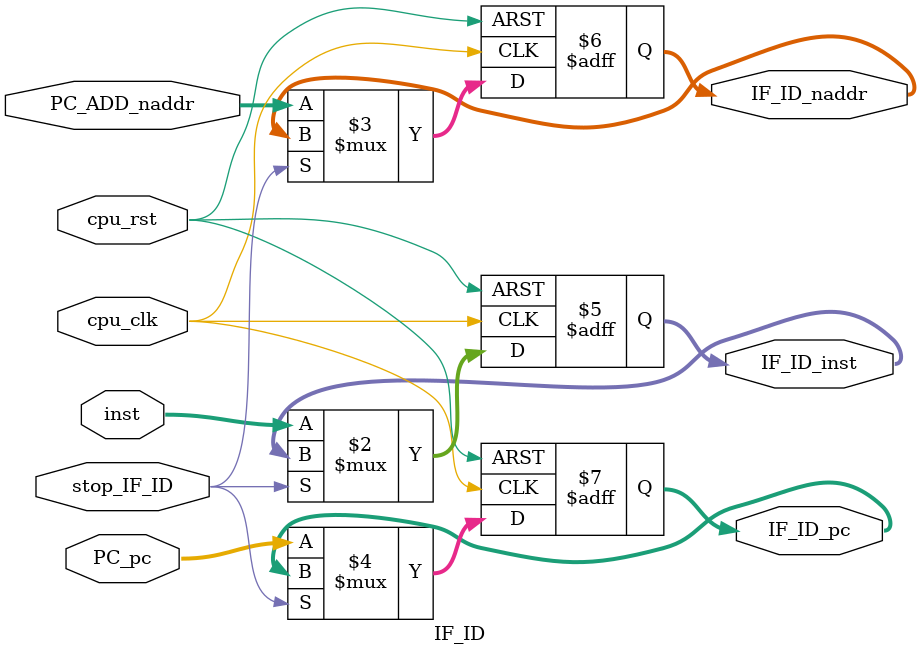
<source format=v>
`timescale 1ns / 1ps


module IF_ID(
    input  wire         cpu_rst,
    input  wire         cpu_clk,
    input  wire         stop_IF_ID,
    
    
    input  wire [31:0]  PC_pc,
    input  wire [31:0]  PC_ADD_naddr,
    input  wire [31:0]  inst, 
    
    output reg  [31:0]  IF_ID_inst,
    output reg  [31:0]  IF_ID_naddr,
    output reg  [31:0]  IF_ID_pc
    );
    always @(posedge cpu_clk or posedge cpu_rst) begin
        if(cpu_rst) begin
            IF_ID_inst  <= 32'h0000_0000;
            IF_ID_naddr  <= 32'h0000_0000;
            IF_ID_pc  <= 32'h0000_0000;
         end else begin
            IF_ID_inst <= stop_IF_ID?IF_ID_inst:inst;
            IF_ID_naddr <= stop_IF_ID?IF_ID_naddr:PC_ADD_naddr;
            IF_ID_pc <= stop_IF_ID?IF_ID_pc:PC_pc;
        end
    end
endmodule

</source>
